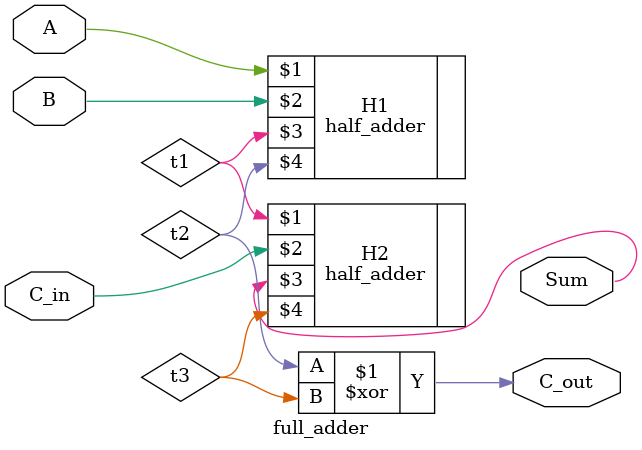
<source format=v>
`include "half_adder.v"

module full_adder(A,B,C_in,Sum,C_out);
    input   A,B,C_in    ;
    output  Sum,C_out   ;

    wire t1,t2,t3   ;

    half_adder  H1(A,B,t1,t2)       ;
    half_adder  H2(t1,C_in,Sum,t3)  ;

    xor G1(C_out,t2,t3)  ;

endmodule
</source>
